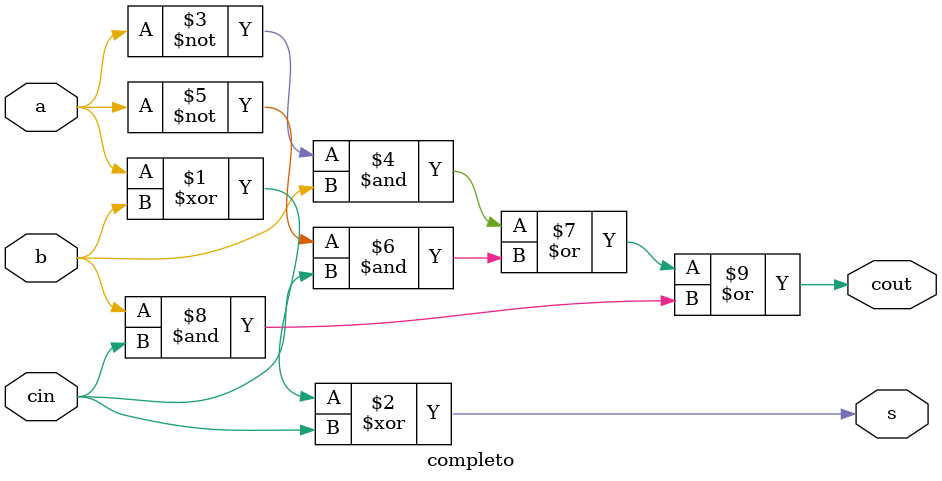
<source format=v>
module completo (a, b, cin, s, cout);

    input a, b, cin;
    output s, cout;

    assign s = a ^ b ^ cin; 
    assign cout = ~a & b | ~a & cin | b & cin;

endmodule
</source>
